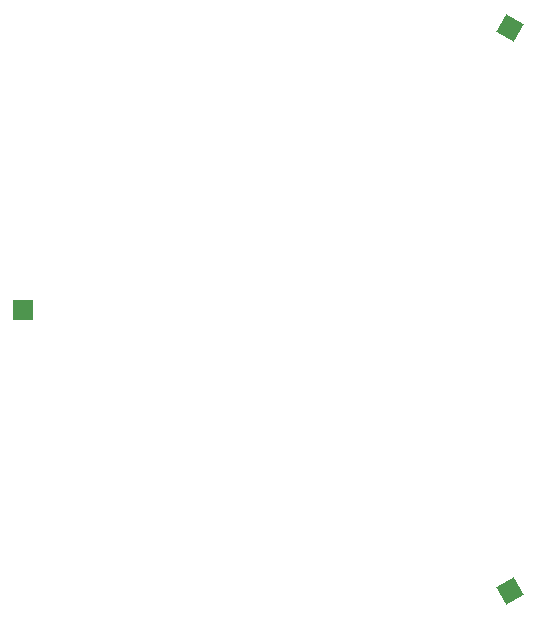
<source format=gbr>
%TF.GenerationSoftware,KiCad,Pcbnew,7.0.10*%
%TF.CreationDate,2024-03-15T11:43:20-04:00*%
%TF.ProjectId,new_middle_inner,6e65775f-6d69-4646-946c-655f696e6e65,rev?*%
%TF.SameCoordinates,Original*%
%TF.FileFunction,Soldermask,Bot*%
%TF.FilePolarity,Negative*%
%FSLAX46Y46*%
G04 Gerber Fmt 4.6, Leading zero omitted, Abs format (unit mm)*
G04 Created by KiCad (PCBNEW 7.0.10) date 2024-03-15 11:43:20*
%MOMM*%
%LPD*%
G01*
G04 APERTURE LIST*
G04 Aperture macros list*
%AMRotRect*
0 Rectangle, with rotation*
0 The origin of the aperture is its center*
0 $1 length*
0 $2 width*
0 $3 Rotation angle, in degrees counterclockwise*
0 Add horizontal line*
21,1,$1,$2,0,0,$3*%
G04 Aperture macros list end*
%ADD10RotRect,1.700000X1.700000X120.000000*%
%ADD11R,1.700000X1.700000*%
%ADD12RotRect,1.700000X1.700000X60.000000*%
G04 APERTURE END LIST*
D10*
%TO.C,J106*%
X63750000Y-73816000D03*
%TD*%
D11*
%TO.C,J104*%
X22500000Y-50000000D03*
%TD*%
D12*
%TO.C,J105*%
X63750000Y-26184000D03*
%TD*%
M02*

</source>
